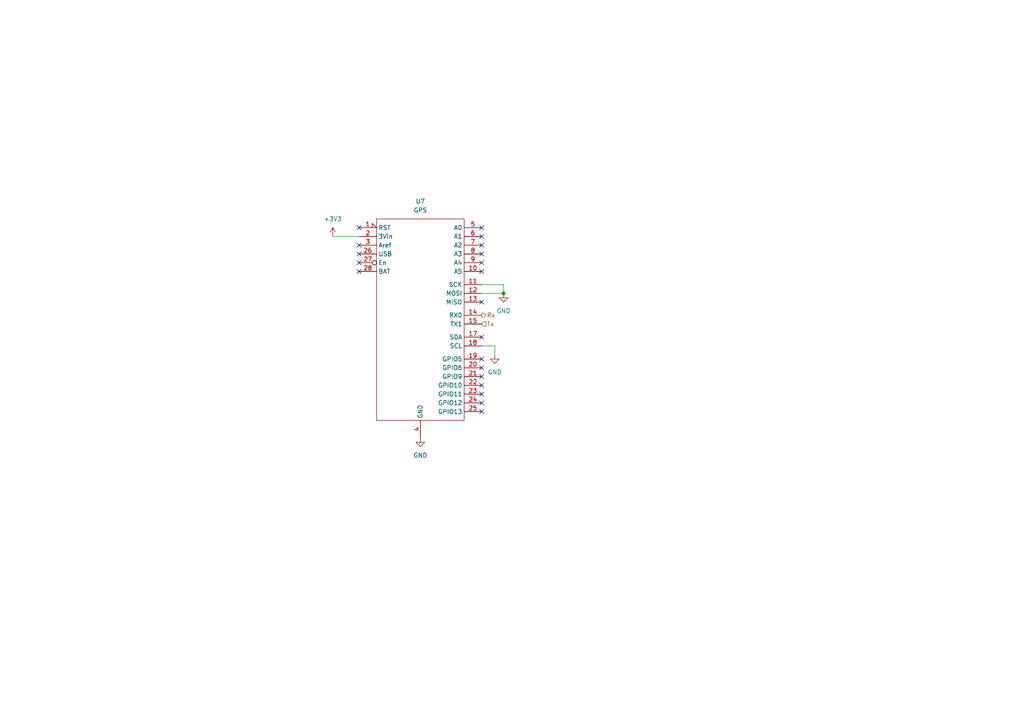
<source format=kicad_sch>
(kicad_sch (version 20230121) (generator eeschema)
  (paper "A4")
  (lib_symbols
    (symbol "additional:featherwing"
      (property "Reference" "U" (at 0 0 0))
      (property "Value" "shield" (at 0 0 0))
      (symbol "featherwing_0_1"
        (rectangle (start -12.7 27.94) (end 12.7 -30.48))
      )
      (symbol "featherwing_1_1"
        (pin output input_low (at -17.78 25.4 0) (length 5.08) (name "RST") (number "1"))
        (pin output line (at 17.78 12.7 180) (length 5.08) (name "A5") (number "10"))
        (pin input line (at 17.78 8.89 180) (length 5.08) (name "SCK") (number "11"))
        (pin input line (at 17.78 6.35 180) (length 5.08) (name "MOSI") (number "12"))
        (pin output line (at 17.78 3.81 180) (length 5.08) (name "MISO") (number "13"))
        (pin output line (at 17.78 0 180) (length 5.08) (name "RX0") (number "14"))
        (pin input line (at 17.78 -2.54 180) (length 5.08) (name "TX1") (number "15"))
        (pin power_in line (at 0 -35.56 90) (length 5.08) hide (name "GND") (number "16"))
        (pin bidirectional line (at 17.78 -6.35 180) (length 5.08) (name "SDA") (number "17"))
        (pin input line (at 17.78 -8.89 180) (length 5.08) (name "SCL") (number "18"))
        (pin bidirectional line (at 17.78 -12.7 180) (length 5.08) (name "GPIO5") (number "19"))
        (pin power_in line (at -17.78 22.86 0) (length 5.08) (name "3Vin") (number "2"))
        (pin bidirectional line (at 17.78 -15.24 180) (length 5.08) (name "GPIO6") (number "20"))
        (pin bidirectional line (at 17.78 -17.78 180) (length 5.08) (name "GPIO9") (number "21"))
        (pin bidirectional line (at 17.78 -20.32 180) (length 5.08) (name "GPIO10") (number "22"))
        (pin bidirectional line (at 17.78 -22.86 180) (length 5.08) (name "GPIO11") (number "23"))
        (pin bidirectional line (at 17.78 -25.4 180) (length 5.08) (name "GPIO12") (number "24"))
        (pin bidirectional line (at 17.78 -27.94 180) (length 5.08) (name "GPIO13") (number "25"))
        (pin power_in line (at -17.78 17.78 0) (length 5.08) (name "USB") (number "26"))
        (pin output inverted (at -17.78 15.24 0) (length 5.08) (name "En") (number "27"))
        (pin bidirectional line (at -17.78 12.7 0) (length 5.08) (name "BAT") (number "28"))
        (pin output line (at -17.78 20.32 0) (length 5.08) (name "Aref") (number "3"))
        (pin power_in line (at 0 -35.56 90) (length 5.08) (name "GND") (number "4"))
        (pin bidirectional line (at 17.78 25.4 180) (length 5.08) (name "A0") (number "5"))
        (pin output line (at 17.78 22.86 180) (length 5.08) (name "A1") (number "6"))
        (pin output line (at 17.78 20.32 180) (length 5.08) (name "A2") (number "7"))
        (pin output line (at 17.78 17.78 180) (length 5.08) (name "A3") (number "8"))
        (pin output line (at 17.78 15.24 180) (length 5.08) (name "A4") (number "9"))
        (pin power_in line (at 0 -35.56 90) (length 5.08) hide (name "GND") (number "M"))
      )
    )
    (symbol "power:+3V3" (power) (pin_names (offset 0))
      (property "Value" "+3V3" (at 0 3.556 0))
      (symbol "+3V3_0_1"
        (polyline (pts (xy -0.762 1.27) (xy 0 2.54)))
        (polyline (pts (xy 0 0) (xy 0 2.54)))
        (polyline (pts (xy 0 2.54) (xy 0.762 1.27)))
      )
      (symbol "+3V3_1_1"
        (pin power_in line (at 0 0 90) (length 0) hide (name "+3V3") (number "1"))
      )
    )
    (symbol "power:GND" (power) (pin_names (offset 0))
      (property "Value" "GND" (at 0 -3.81 0))
      (symbol "GND_0_1"
        (polyline (pts (xy 0 0) (xy 0 -1.27) (xy 1.27 -1.27) (xy 0 -2.54) (xy -1.27 -1.27) (xy 0 -1.27)))
      )
      (symbol "GND_1_1"
        (pin power_in line (at 0 0 270) (length 0) hide (name "GND") (number "1"))
      )
    )
  )
  (junction (at 146.05 85.09))
  (no_connect (at 104.14 71.12))
  (no_connect (at 139.7 97.79))
  (no_connect (at 139.7 114.3))
  (no_connect (at 139.7 68.58))
  (no_connect (at 139.7 111.76))
  (no_connect (at 139.7 119.38))
  (no_connect (at 139.7 106.68))
  (no_connect (at 139.7 109.22))
  (no_connect (at 104.14 66.04))
  (no_connect (at 139.7 76.2))
  (no_connect (at 139.7 78.74))
  (no_connect (at 139.7 116.84))
  (no_connect (at 104.14 78.74))
  (no_connect (at 139.7 71.12))
  (no_connect (at 104.14 73.66))
  (no_connect (at 139.7 104.14))
  (no_connect (at 139.7 66.04))
  (no_connect (at 139.7 73.66))
  (no_connect (at 139.7 87.63))
  (no_connect (at 104.14 76.2))
  (wire (pts (xy 143.51 100.33) (xy 139.7 100.33)))
  (wire (pts (xy 139.7 82.55) (xy 146.05 82.55)))
  (wire (pts (xy 146.05 82.55) (xy 146.05 85.09)))
  (wire (pts (xy 139.7 85.09) (xy 146.05 85.09)))
  (wire (pts (xy 143.51 102.87) (xy 143.51 100.33)))
  (wire (pts (xy 96.52 68.58) (xy 104.14 68.58)))
  (hierarchical_label "Tx" (shape input) (at 139.7 93.98 0))
  (hierarchical_label "Rx" (shape output) (at 139.7 91.44 0))
  (symbol (lib_id "power:GND") (at 146.05 85.09 0) (unit 1)
    (property "Reference" "#PWR024" (effects hide))
    (property "Value" "GND" (at 146.05 90.17 0))
  )
  (symbol (lib_id "power:GND") (at 121.92 127 0) (unit 1)
    (property "Reference" "#PWR071" (effects hide))
    (property "Value" "GND" (at 121.92 132.08 0))
  )
  (symbol (lib_id "additional:featherwing") (at 121.92 91.44 0) (unit 1)
    (property "Reference" "U7" (at 121.92 58.42 0))
    (property "Value" "GPS" (at 121.92 60.96 0))
    (property "Footprint" "breakboard:feather" (effects hide))
    (instances (project "speedomobile" (path "" (reference "U7") (unit 1)) (path "" (reference "U4") (unit 1))))
  )
  (symbol (lib_id "power:GND") (at 143.51 102.87 0) (unit 1)
    (property "Reference" "#PWR021" (effects hide))
    (property "Value" "GND" (at 143.51 107.95 0))
  )
  (symbol (lib_id "power:+3V3") (at 96.52 68.58 0) (unit 1)
    (property "Reference" "#PWR022" (effects hide))
    (property "Value" "+3V3" (at 96.52 63.5 0))
  )
)
</source>
